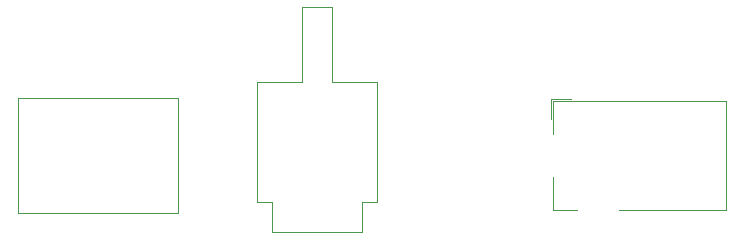
<source format=gbo>
G04 #@! TF.GenerationSoftware,KiCad,Pcbnew,(5.1.5-0-10_14)*
G04 #@! TF.CreationDate,2020-02-22T10:41:04+08:00*
G04 #@! TF.ProjectId,audio-board,61756469-6f2d-4626-9f61-72642e6b6963,rev?*
G04 #@! TF.SameCoordinates,Original*
G04 #@! TF.FileFunction,Legend,Bot*
G04 #@! TF.FilePolarity,Positive*
%FSLAX46Y46*%
G04 Gerber Fmt 4.6, Leading zero omitted, Abs format (unit mm)*
G04 Created by KiCad (PCBNEW (5.1.5-0-10_14)) date 2020-02-22 10:41:04*
%MOMM*%
%LPD*%
G04 APERTURE LIST*
%ADD10C,0.120000*%
G04 APERTURE END LIST*
D10*
X125085000Y-94155000D02*
X111585000Y-94155000D01*
X125085000Y-94155000D02*
X125085000Y-103855000D01*
X111585000Y-94155000D02*
X111585000Y-103855000D01*
X111585000Y-103855000D02*
X125085000Y-103855000D01*
X141985000Y-99085000D02*
X141985000Y-92735000D01*
X131825000Y-92735000D02*
X131825000Y-99085000D01*
X131825000Y-99085000D02*
X131825000Y-102895000D01*
X141985000Y-99085000D02*
X141985000Y-102895000D01*
X131825000Y-102895000D02*
X133095000Y-102895000D01*
X141985000Y-102895000D02*
X140715000Y-102895000D01*
X140715000Y-102895000D02*
X140715000Y-105435000D01*
X140715000Y-105435000D02*
X133095000Y-105435000D01*
X133095000Y-105435000D02*
X133095000Y-102895000D01*
X138175000Y-92735000D02*
X138175000Y-86385000D01*
X138175000Y-86385000D02*
X135635000Y-86385000D01*
X135635000Y-86385000D02*
X135635000Y-92735000D01*
X131825000Y-92735000D02*
X135635000Y-92735000D01*
X141985000Y-92735000D02*
X138175000Y-92735000D01*
X162475000Y-103605000D02*
X171475000Y-103605000D01*
X171475000Y-103605000D02*
X171475000Y-94405000D01*
X171475000Y-94405000D02*
X156875000Y-94405000D01*
X156875000Y-94405000D02*
X156875000Y-97205000D01*
X156875000Y-100805000D02*
X156875000Y-103605000D01*
X156875000Y-103605000D02*
X158875000Y-103605000D01*
X158375000Y-94165000D02*
X156635000Y-94165000D01*
X156635000Y-94165000D02*
X156635000Y-95905000D01*
M02*

</source>
